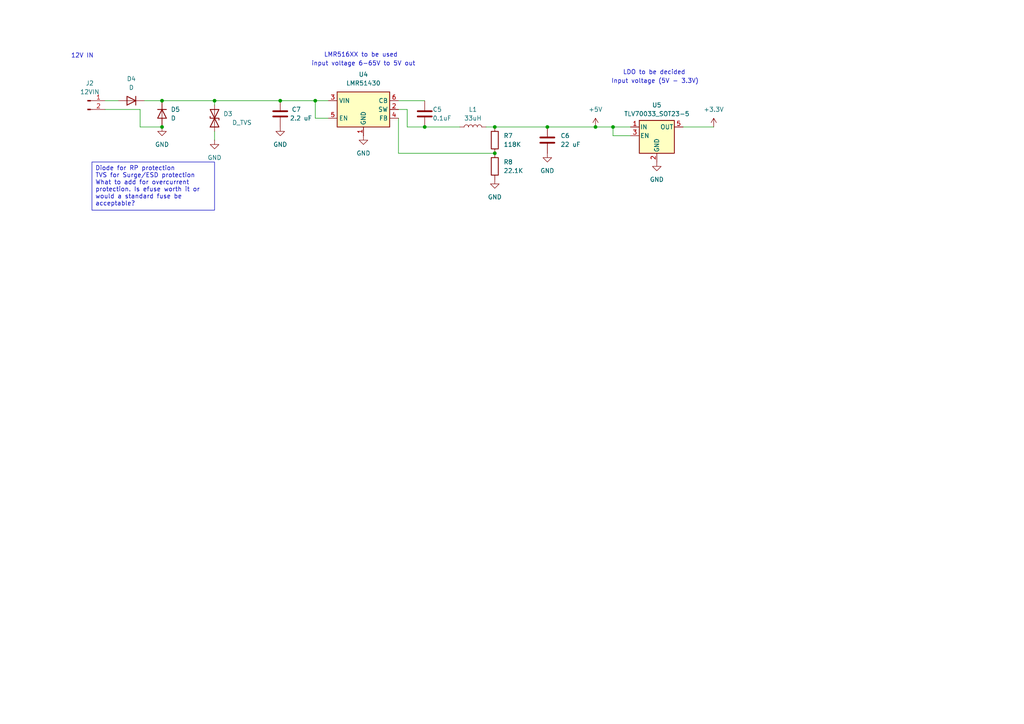
<source format=kicad_sch>
(kicad_sch (version 20231120) (generator "eeschema") (generator_version "8.0")
  (paper "A4")
  (lib_symbols
    (symbol "Connector:Conn_01x02_Pin" (pin_names (offset 1.016) hide)
      (property "Reference" "J" (at 0 2.54 0))
      (property "Value" "Conn_01x02_Pin" (at 0 -5.08 0))
      (symbol "Conn_01x02_Pin_1_1"
        (polyline (pts (xy 1.27 -2.54) (xy 0.8636 -2.54)) (stroke (width 0.1524)))
        (polyline (pts (xy 1.27 0) (xy 0.8636 0)) (stroke (width 0.1524)))
        (rectangle (start 0.8636 -2.413) (end 0 -2.667) (stroke (width 0.1524)) (fill (type outline)))
        (rectangle (start 0.8636 0.127) (end 0 -0.127) (stroke (width 0.1524)) (fill (type outline)))
        (pin passive line (at 5.08 0 180) (length 3.81) (name "Pin_1") (number "1"))
        (pin passive line (at 5.08 -2.54 180) (length 3.81) (name "Pin_2") (number "2"))
      )
    )
    (symbol "Device:C" (pin_numbers hide) (pin_names (offset 0.254))
      (property "Reference" "C" (at 0.635 2.54 0))
      (property "Value" "C" (at 0.635 -2.54 0))
      (symbol "C_0_1"
        (polyline (pts (xy -2.032 -0.762) (xy 2.032 -0.762)) (stroke (width 0.508)))
        (polyline (pts (xy -2.032 0.762) (xy 2.032 0.762)) (stroke (width 0.508)))
      )
      (symbol "C_1_1"
        (pin passive line (at 0 3.81 270) (length 2.794) (name "~") (number "1"))
        (pin passive line (at 0 -3.81 90) (length 2.794) (name "~") (number "2"))
      )
    )
    (symbol "Device:D" (pin_numbers hide) (pin_names (offset 1.016) hide)
      (property "Reference" "D" (at 0 2.54 0))
      (property "Value" "D" (at 0 -2.54 0))
      (symbol "D_0_1"
        (polyline (pts (xy -1.27 1.27) (xy -1.27 -1.27)) (stroke (width 0.254)))
        (polyline (pts (xy 1.27 0) (xy -1.27 0)))
        (polyline (pts (xy 1.27 1.27) (xy 1.27 -1.27) (xy -1.27 0) (xy 1.27 1.27)) (stroke (width 0.254)))
      )
      (symbol "D_1_1"
        (pin passive line (at -3.81 0 0) (length 2.54) (name "K") (number "1"))
        (pin passive line (at 3.81 0 180) (length 2.54) (name "A") (number "2"))
      )
    )
    (symbol "Device:D_TVS" (pin_numbers hide) (pin_names (offset 1.016) hide)
      (property "Reference" "D" (at 0 2.54 0))
      (property "Value" "D_TVS" (at 0 -2.54 0))
      (symbol "D_TVS_0_1"
        (polyline (pts (xy 1.27 0) (xy -1.27 0)))
        (polyline (pts (xy 0.508 1.27) (xy 0 1.27) (xy 0 -1.27) (xy -0.508 -1.27)) (stroke (width 0.254)))
        (polyline (pts (xy -2.54 1.27) (xy -2.54 -1.27) (xy 2.54 1.27) (xy 2.54 -1.27) (xy -2.54 1.27)) (stroke (width 0.254)))
      )
      (symbol "D_TVS_1_1"
        (pin passive line (at -3.81 0 0) (length 2.54) (name "A1") (number "1"))
        (pin passive line (at 3.81 0 180) (length 2.54) (name "A2") (number "2"))
      )
    )
    (symbol "Device:L" (pin_numbers hide) (pin_names (offset 1.016) hide)
      (property "Reference" "L" (at -1.27 0 90))
      (property "Value" "L" (at 1.905 0 90))
      (symbol "L_0_1"
        (arc (start 0 -2.54) (mid 0.6323 -1.905) (end 0 -1.27))
        (arc (start 0 -1.27) (mid 0.6323 -0.635) (end 0 0))
        (arc (start 0 0) (mid 0.6323 0.635) (end 0 1.27))
        (arc (start 0 1.27) (mid 0.6323 1.905) (end 0 2.54))
      )
      (symbol "L_1_1"
        (pin passive line (at 0 3.81 270) (length 1.27) (name "1") (number "1"))
        (pin passive line (at 0 -3.81 90) (length 1.27) (name "2") (number "2"))
      )
    )
    (symbol "Device:R" (pin_numbers hide) (pin_names (offset 0))
      (property "Reference" "R" (at 2.032 0 90))
      (property "Value" "R" (at 0 0 90))
      (symbol "R_0_1"
        (rectangle (start -1.016 -2.54) (end 1.016 2.54) (stroke (width 0.254)))
      )
      (symbol "R_1_1"
        (pin passive line (at 0 3.81 270) (length 1.27) (name "~") (number "1"))
        (pin passive line (at 0 -3.81 90) (length 1.27) (name "~") (number "2"))
      )
    )
    (symbol "Regulator_Linear:TLV70033_SOT23-5" (pin_names (offset 0.254))
      (property "Reference" "U" (at -3.81 5.715 0))
      (property "Value" "TLV70033_SOT23-5" (at 0 5.715 0))
      (symbol "TLV70033_SOT23-5_0_1"
        (rectangle (start -5.08 4.445) (end 5.08 -5.08) (stroke (width 0.254)) (fill (type background)))
      )
      (symbol "TLV70033_SOT23-5_1_1"
        (pin power_in line (at -7.62 2.54 0) (length 2.54) (name "IN") (number "1"))
        (pin power_in line (at 0 -7.62 90) (length 2.54) (name "GND") (number "2"))
        (pin input line (at -7.62 0 0) (length 2.54) (name "EN") (number "3"))
        (pin no_connect line (at 5.08 0 180) (length 2.54) hide (name "NC") (number "4"))
        (pin power_out line (at 7.62 2.54 180) (length 2.54) (name "OUT") (number "5"))
      )
    )
    (symbol "Regulator_Switching:LMR51430"
      (property "Reference" "U" (at -7.62 6.35 0))
      (property "Value" "LMR51430" (at 0 6.35 0))
      (symbol "LMR51430_0_1"
        (rectangle (start -7.62 5.08) (end 7.62 -5.08) (stroke (width 0.254)) (fill (type background)))
      )
      (symbol "LMR51430_1_1"
        (pin power_in line (at 0 -7.62 90) (length 2.54) (name "GND") (number "1"))
        (pin power_out line (at 10.16 0 180) (length 2.54) (name "SW") (number "2"))
        (pin power_in line (at -10.16 2.54 0) (length 2.54) (name "VIN") (number "3"))
        (pin input line (at 10.16 -2.54 180) (length 2.54) (name "FB") (number "4"))
        (pin input line (at -10.16 -2.54 0) (length 2.54) (name "EN") (number "5"))
        (pin passive line (at 10.16 2.54 180) (length 2.54) (name "CB") (number "6"))
      )
    )
    (symbol "power:+3.3V" (power) (pin_numbers hide) (pin_names (offset 0) hide)
      (property "Value" "+3.3V" (at 0 3.556 0))
      (symbol "+3.3V_0_1"
        (polyline (pts (xy -0.762 1.27) (xy 0 2.54)))
        (polyline (pts (xy 0 0) (xy 0 2.54)))
        (polyline (pts (xy 0 2.54) (xy 0.762 1.27)))
      )
      (symbol "+3.3V_1_1"
        (pin power_in line (at 0 0 90) (length 0) (name "~") (number "1"))
      )
    )
    (symbol "power:+5V" (power) (pin_numbers hide) (pin_names (offset 0) hide)
      (property "Value" "+5V" (at 0 3.556 0))
      (symbol "+5V_0_1"
        (polyline (pts (xy -0.762 1.27) (xy 0 2.54)))
        (polyline (pts (xy 0 0) (xy 0 2.54)))
        (polyline (pts (xy 0 2.54) (xy 0.762 1.27)))
      )
      (symbol "+5V_1_1"
        (pin power_in line (at 0 0 90) (length 0) (name "~") (number "1"))
      )
    )
    (symbol "power:GND" (power) (pin_numbers hide) (pin_names (offset 0) hide)
      (property "Value" "GND" (at 0 -3.81 0))
      (symbol "GND_0_1"
        (polyline (pts (xy 0 0) (xy 0 -1.27) (xy 1.27 -1.27) (xy 0 -2.54) (xy -1.27 -1.27) (xy 0 -1.27)))
      )
      (symbol "GND_1_1"
        (pin power_in line (at 0 0 270) (length 0) (name "~") (number "1"))
      )
    )
  )
  (junction (at 46.99 29.21))
  (junction (at 143.51 36.83))
  (junction (at 62.23 29.21))
  (junction (at 143.51 44.45))
  (junction (at 172.72 36.83))
  (junction (at 123.19 36.83))
  (junction (at 81.28 29.21))
  (junction (at 46.99 36.83))
  (junction (at 177.8 36.83))
  (junction (at 158.75 36.83))
  (junction (at 91.44 29.21))
  (wire (pts (xy 91.44 34.29) (xy 95.25 34.29)))
  (wire (pts (xy 123.19 36.83) (xy 133.35 36.83)))
  (wire (pts (xy 182.88 39.37) (xy 177.8 39.37)))
  (wire (pts (xy 118.11 31.75) (xy 118.11 36.83)))
  (wire (pts (xy 140.97 36.83) (xy 143.51 36.83)))
  (wire (pts (xy 115.57 44.45) (xy 143.51 44.45)))
  (wire (pts (xy 143.51 36.83) (xy 158.75 36.83)))
  (wire (pts (xy 115.57 29.21) (xy 123.19 29.21)))
  (wire (pts (xy 81.28 29.21) (xy 91.44 29.21)))
  (wire (pts (xy 40.64 36.83) (xy 40.64 31.75)))
  (wire (pts (xy 41.91 29.21) (xy 46.99 29.21)))
  (wire (pts (xy 172.72 36.83) (xy 177.8 36.83)))
  (wire (pts (xy 30.48 29.21) (xy 34.29 29.21)))
  (wire (pts (xy 118.11 36.83) (xy 123.19 36.83)))
  (wire (pts (xy 177.8 36.83) (xy 177.8 39.37)))
  (wire (pts (xy 62.23 30.48) (xy 62.23 29.21)))
  (wire (pts (xy 62.23 38.1) (xy 62.23 40.64)))
  (wire (pts (xy 46.99 29.21) (xy 62.23 29.21)))
  (wire (pts (xy 91.44 29.21) (xy 95.25 29.21)))
  (wire (pts (xy 115.57 31.75) (xy 118.11 31.75)))
  (wire (pts (xy 62.23 29.21) (xy 81.28 29.21)))
  (wire (pts (xy 40.64 31.75) (xy 30.48 31.75)))
  (wire (pts (xy 158.75 36.83) (xy 172.72 36.83)))
  (wire (pts (xy 198.12 36.83) (xy 207.01 36.83)))
  (wire (pts (xy 115.57 34.29) (xy 115.57 44.45)))
  (wire (pts (xy 177.8 36.83) (xy 182.88 36.83)))
  (wire (pts (xy 91.44 29.21) (xy 91.44 34.29)))
  (wire (pts (xy 40.64 36.83) (xy 46.99 36.83)))
  (text_box "Diode for RP protection\nTVS for Surge/ESD protection\nWhat to add for overcurrent protection. Is efuse worth it or would a standard fuse be acceptable?" (at 26.67 46.99 0) (size 35.56 13.97) (effects (font (size 1.27 1.27)) (justify left top)))
  (text "12V IN" (at 23.876 16.256 0) (effects (font (size 1.27 1.27))))
  (text "input voltage 6-65V to 5V out" (at 105.41 18.542 0) (effects (font (size 1.27 1.27))))
  (text "Input voltage (5V - 3.3V)" (at 189.992 23.622 0) (effects (font (size 1.27 1.27))))
  (text "LDO to be decided" (at 189.738 21.082 0) (effects (font (size 1.27 1.27))))
  (text "LMR516XX to be used " (at 105.156 16.002 0) (effects (font (size 1.27 1.27))))
  (symbol (lib_id "Device:D") (at 46.99 33.02 270) (unit 1)
    (property "Reference" "D5" (at 49.53 31.7499 90) (effects (justify left)))
    (property "Value" "D" (at 49.53 34.2899 90) (effects (justify left)))
    (property "Description" "Diode" (effects (hide yes)))
    (property "Sim.Device" "D" (effects (hide yes)))
    (property "Sim.Pins" "1=K 2=A" (effects (hide yes)))
  )
  (symbol (lib_id "Device:D") (at 38.1 29.21 180) (unit 1)
    (property "Reference" "D4" (at 38.1 22.86 0))
    (property "Value" "D" (at 38.1 25.4 0))
    (property "Description" "Diode" (effects (hide yes)))
    (property "Sim.Device" "D" (effects (hide yes)))
    (property "Sim.Pins" "1=K 2=A" (effects (hide yes)))
  )
  (symbol (lib_id "Device:R") (at 143.51 48.26 0) (unit 1)
    (property "Reference" "R8" (at 146.05 46.9899 0) (effects (justify left)))
    (property "Value" "22.1K" (at 146.05 49.5299 0) (effects (justify left)))
    (property "Description" "Resistor" (effects (hide yes)))
  )
  (symbol (lib_id "power:GND") (at 105.41 39.37 0) (unit 1)
    (property "Reference" "#PWR032" (effects (hide yes)))
    (property "Value" "GND" (at 105.41 44.45 0))
    (property "Description" "Power symbol creates a global label with name \"GND\" , ground" (effects (hide yes)))
  )
  (symbol (lib_id "power:GND") (at 158.75 44.45 0) (unit 1)
    (property "Reference" "#PWR030" (effects (hide yes)))
    (property "Value" "GND" (at 158.75 49.53 0))
    (property "Description" "Power symbol creates a global label with name \"GND\" , ground" (effects (hide yes)))
  )
  (symbol (lib_id "power:GND") (at 143.51 52.07 0) (unit 1)
    (property "Reference" "#PWR029" (effects (hide yes)))
    (property "Value" "GND" (at 143.51 57.15 0))
    (property "Description" "Power symbol creates a global label with name \"GND\" , ground" (effects (hide yes)))
  )
  (symbol (lib_id "power:GND") (at 81.28 36.83 0) (unit 1)
    (property "Reference" "#PWR031" (effects (hide yes)))
    (property "Value" "GND" (at 81.28 41.91 0))
    (property "Description" "Power symbol creates a global label with name \"GND\" , ground" (effects (hide yes)))
  )
  (symbol (lib_id "Device:R") (at 143.51 40.64 0) (unit 1)
    (property "Reference" "R7" (at 146.05 39.3699 0) (effects (justify left)))
    (property "Value" "118K" (at 146.05 41.9099 0) (effects (justify left)))
    (property "Description" "Resistor" (effects (hide yes)))
  )
  (symbol (lib_id "Device:C") (at 123.19 33.02 0) (unit 1)
    (property "Reference" "C5" (at 125.476 31.75 0) (effects (justify left)))
    (property "Value" "0.1uF" (at 125.476 34.29 0) (effects (justify left)))
    (property "Description" "Unpolarized capacitor" (effects (hide yes)))
  )
  (symbol (lib_id "power:+5V") (at 172.72 36.83 0) (unit 1)
    (property "Reference" "#PWR033" (effects (hide yes)))
    (property "Value" "+5V" (at 172.72 31.75 0))
    (property "Description" "Power symbol creates a global label with name \"+5V\"" (effects (hide yes)))
  )
  (symbol (lib_id "Regulator_Linear:TLV70033_SOT23-5") (at 190.5 39.37 0) (unit 1)
    (property "Reference" "U5" (at 190.5 30.48 0))
    (property "Value" "TLV70033_SOT23-5" (at 190.5 33.02 0))
    (property "Footprint" "Package_TO_SOT_SMD:SOT-23-5" (effects (hide yes)))
    (property "Datasheet" "http://www.ti.com/lit/ds/symlink/tlv700.pdf" (effects (hide yes)))
    (property "Description" "200mA Low Dropout Voltage Regulator, Fixed Output 3.3V, SOT-23-5" (effects (hide yes)))
  )
  (symbol (lib_id "power:GND") (at 62.23 40.64 0) (unit 1)
    (property "Reference" "#PWR028" (effects (hide yes)))
    (property "Value" "GND" (at 62.23 45.72 0))
    (property "Description" "Power symbol creates a global label with name \"GND\" , ground" (effects (hide yes)))
  )
  (symbol (lib_id "Device:L") (at 137.16 36.83 90) (unit 1)
    (property "Reference" "L1" (at 137.16 31.75 90))
    (property "Value" "33uH" (at 137.16 34.29 90))
    (property "Description" "Inductor" (effects (hide yes)))
  )
  (symbol (lib_id "Regulator_Switching:LMR51430") (at 105.41 31.75 0) (unit 1)
    (property "Reference" "U4" (at 105.41 21.59 0))
    (property "Value" "LMR51430" (at 105.41 24.13 0))
    (property "Footprint" "Package_TO_SOT_SMD:SOT-23-6" (effects (hide yes)))
    (property "Datasheet" "https://www.ti.com/lit/ds/symlink/lmr51430.pdf" (effects (hide yes)))
    (property "Description" "4.5-V to 36-V, 3-A synchronous buck converter with 40-µA IQ, SOT-23-6" (effects (hide yes)))
  )
  (symbol (lib_id "power:GND") (at 190.5 46.99 0) (unit 1)
    (property "Reference" "#PWR034" (effects (hide yes)))
    (property "Value" "GND" (at 190.5 52.07 0))
    (property "Description" "Power symbol creates a global label with name \"GND\" , ground" (effects (hide yes)))
  )
  (symbol (lib_id "Device:D_TVS") (at 62.23 34.29 90) (unit 1)
    (property "Reference" "D3" (at 64.77 33.0199 90) (effects (justify right)))
    (property "Value" "D_TVS" (at 67.31 35.5599 90) (effects (justify right)))
    (property "Description" "Bidirectional transient-voltage-suppression diode" (effects (hide yes)))
  )
  (symbol (lib_id "Device:C") (at 81.28 33.02 0) (unit 1)
    (property "Reference" "C7" (at 84.582 31.75 0) (effects (justify left)))
    (property "Value" "2.2 uF" (at 84.074 34.29 0) (effects (justify left)))
    (property "Description" "Unpolarized capacitor" (effects (hide yes)))
  )
  (symbol (lib_id "Device:C") (at 158.75 40.64 0) (unit 1)
    (property "Reference" "C6" (at 162.56 39.3699 0) (effects (justify left)))
    (property "Value" "22 uF" (at 162.56 41.9099 0) (effects (justify left)))
    (property "Description" "Unpolarized capacitor" (effects (hide yes)))
  )
  (symbol (lib_id "power:GND") (at 46.99 36.83 0) (unit 1)
    (property "Reference" "#PWR027" (effects (hide yes)))
    (property "Value" "GND" (at 46.99 41.91 0))
    (property "Description" "Power symbol creates a global label with name \"GND\" , ground" (effects (hide yes)))
  )
  (symbol (lib_id "power:+3.3V") (at 207.01 36.83 0) (unit 1)
    (property "Reference" "#PWR035" (effects (hide yes)))
    (property "Value" "+3.3V" (at 207.01 31.75 0))
    (property "Description" "Power symbol creates a global label with name \"+3.3V\"" (effects (hide yes)))
  )
  (symbol (lib_id "Connector:Conn_01x02_Pin") (at 25.4 29.21 0) (unit 1)
    (property "Reference" "J2" (at 26.035 24.13 0))
    (property "Value" "12VIN" (at 26.035 26.67 0))
    (property "Description" "Generic connector, single row, 01x02, script generated" (effects (hide yes)))
  )
)
</source>
